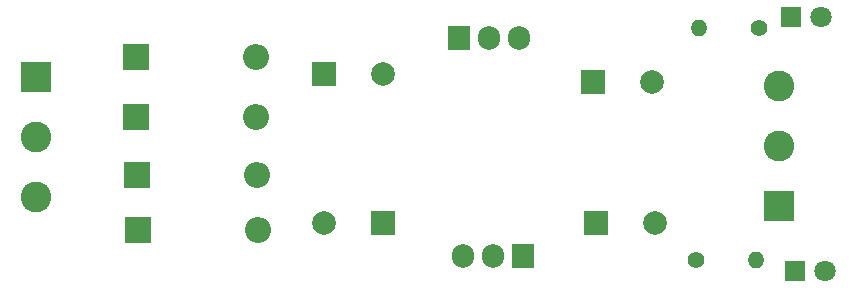
<source format=gbr>
%TF.GenerationSoftware,KiCad,Pcbnew,7.0.2*%
%TF.CreationDate,2023-08-22T20:11:55+05:30*%
%TF.ProjectId,Power_Supply_12V,506f7765-725f-4537-9570-706c795f3132,rev?*%
%TF.SameCoordinates,Original*%
%TF.FileFunction,Copper,L1,Top*%
%TF.FilePolarity,Positive*%
%FSLAX46Y46*%
G04 Gerber Fmt 4.6, Leading zero omitted, Abs format (unit mm)*
G04 Created by KiCad (PCBNEW 7.0.2) date 2023-08-22 20:11:55*
%MOMM*%
%LPD*%
G01*
G04 APERTURE LIST*
%TA.AperFunction,ComponentPad*%
%ADD10R,2.600000X2.600000*%
%TD*%
%TA.AperFunction,ComponentPad*%
%ADD11C,2.600000*%
%TD*%
%TA.AperFunction,ComponentPad*%
%ADD12R,1.905000X2.000000*%
%TD*%
%TA.AperFunction,ComponentPad*%
%ADD13O,1.905000X2.000000*%
%TD*%
%TA.AperFunction,ComponentPad*%
%ADD14R,1.800000X1.800000*%
%TD*%
%TA.AperFunction,ComponentPad*%
%ADD15C,1.800000*%
%TD*%
%TA.AperFunction,ComponentPad*%
%ADD16R,2.200000X2.200000*%
%TD*%
%TA.AperFunction,ComponentPad*%
%ADD17O,2.200000X2.200000*%
%TD*%
%TA.AperFunction,ComponentPad*%
%ADD18R,2.000000X2.000000*%
%TD*%
%TA.AperFunction,ComponentPad*%
%ADD19C,2.000000*%
%TD*%
%TA.AperFunction,ComponentPad*%
%ADD20C,1.400000*%
%TD*%
%TA.AperFunction,ComponentPad*%
%ADD21O,1.400000X1.400000*%
%TD*%
G04 APERTURE END LIST*
D10*
%TO.P,J1,1,Pin_1*%
%TO.N,Net-(D1-A)*%
X102158800Y-72745600D03*
D11*
%TO.P,J1,2,Pin_2*%
%TO.N,Net-(D5-K)*%
X102158800Y-77825600D03*
%TO.P,J1,3,Pin_3*%
%TO.N,Net-(D2-A)*%
X102158800Y-82905600D03*
%TD*%
D12*
%TO.P,U2,1,GND*%
%TO.N,Net-(D5-K)*%
X143408400Y-87833200D03*
D13*
%TO.P,U2,2,VI*%
%TO.N,Net-(D3-A)*%
X140868400Y-87833200D03*
%TO.P,U2,3,VO*%
%TO.N,Net-(J2-Pin_1)*%
X138328400Y-87833200D03*
%TD*%
D14*
%TO.P,D5,1,K*%
%TO.N,Net-(D5-K)*%
X166116000Y-67665600D03*
D15*
%TO.P,D5,2,A*%
%TO.N,Net-(D5-A)*%
X168656000Y-67665600D03*
%TD*%
D16*
%TO.P,D3,1,K*%
%TO.N,Net-(D1-A)*%
X110744000Y-80975200D03*
D17*
%TO.P,D3,2,A*%
%TO.N,Net-(D3-A)*%
X120904000Y-80975200D03*
%TD*%
D18*
%TO.P,C2,1*%
%TO.N,Net-(D3-A)*%
X131552077Y-85090000D03*
D19*
%TO.P,C2,2*%
%TO.N,Net-(D5-K)*%
X126552077Y-85090000D03*
%TD*%
D16*
%TO.P,D2,1,K*%
%TO.N,Net-(D1-K)*%
X110642400Y-76098400D03*
D17*
%TO.P,D2,2,A*%
%TO.N,Net-(D2-A)*%
X120802400Y-76098400D03*
%TD*%
D18*
%TO.P,C3,1*%
%TO.N,Net-(J2-Pin_3)*%
X149321123Y-73101200D03*
D19*
%TO.P,C3,2*%
%TO.N,Net-(D5-K)*%
X154321123Y-73101200D03*
%TD*%
D14*
%TO.P,D6,1,K*%
%TO.N,Net-(D6-K)*%
X166471600Y-89103200D03*
D15*
%TO.P,D6,2,A*%
%TO.N,Net-(D5-K)*%
X169011600Y-89103200D03*
%TD*%
D16*
%TO.P,D1,1,K*%
%TO.N,Net-(D1-K)*%
X110642400Y-71018400D03*
D17*
%TO.P,D1,2,A*%
%TO.N,Net-(D1-A)*%
X120802400Y-71018400D03*
%TD*%
D18*
%TO.P,C4,1*%
%TO.N,Net-(J2-Pin_1)*%
X149625923Y-85090000D03*
D19*
%TO.P,C4,2*%
%TO.N,Net-(D5-K)*%
X154625923Y-85090000D03*
%TD*%
D10*
%TO.P,J2,1,Pin_1*%
%TO.N,Net-(J2-Pin_1)*%
X165100000Y-83667600D03*
D11*
%TO.P,J2,2,Pin_2*%
%TO.N,Net-(D5-K)*%
X165100000Y-78587600D03*
%TO.P,J2,3,Pin_3*%
%TO.N,Net-(J2-Pin_3)*%
X165100000Y-73507600D03*
%TD*%
D18*
%TO.P,C1,1*%
%TO.N,Net-(D1-K)*%
X126562723Y-72491600D03*
D19*
%TO.P,C1,2*%
%TO.N,Net-(D5-K)*%
X131562723Y-72491600D03*
%TD*%
D12*
%TO.P,U1,1,VI*%
%TO.N,Net-(D1-K)*%
X138023600Y-69392800D03*
D13*
%TO.P,U1,2,GND*%
%TO.N,Net-(D5-K)*%
X140563600Y-69392800D03*
%TO.P,U1,3,VO*%
%TO.N,Net-(J2-Pin_3)*%
X143103600Y-69392800D03*
%TD*%
D20*
%TO.P,R2,1*%
%TO.N,Net-(J2-Pin_1)*%
X158038800Y-88188800D03*
D21*
%TO.P,R2,2*%
%TO.N,Net-(D6-K)*%
X163118800Y-88188800D03*
%TD*%
D16*
%TO.P,D4,1,K*%
%TO.N,Net-(D2-A)*%
X110794800Y-85648800D03*
D17*
%TO.P,D4,2,A*%
%TO.N,Net-(D3-A)*%
X120954800Y-85648800D03*
%TD*%
D20*
%TO.P,R1,1*%
%TO.N,Net-(D5-A)*%
X163423600Y-68529200D03*
D21*
%TO.P,R1,2*%
%TO.N,Net-(J2-Pin_3)*%
X158343600Y-68529200D03*
%TD*%
M02*

</source>
